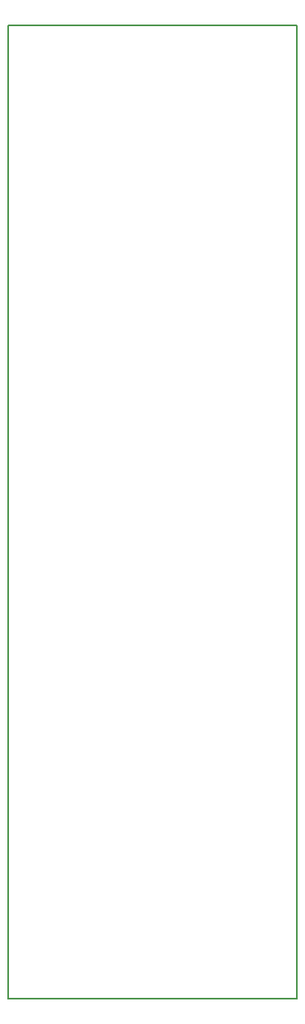
<source format=gbr>
%TF.GenerationSoftware,KiCad,Pcbnew,(6.0.0-0)*%
%TF.CreationDate,2022-12-05T16:43:45-05:00*%
%TF.ProjectId,LFO,4c464f2e-6b69-4636-9164-5f7063625858,rev?*%
%TF.SameCoordinates,Original*%
%TF.FileFunction,Profile,NP*%
%FSLAX46Y46*%
G04 Gerber Fmt 4.6, Leading zero omitted, Abs format (unit mm)*
G04 Created by KiCad (PCBNEW (6.0.0-0)) date 2022-12-05 16:43:45*
%MOMM*%
%LPD*%
G01*
G04 APERTURE LIST*
%TA.AperFunction,Profile*%
%ADD10C,0.150000*%
%TD*%
G04 APERTURE END LIST*
D10*
X151926000Y-57404000D02*
X121920000Y-57404000D01*
X121920000Y-57404000D02*
X121920000Y-158192000D01*
X121920000Y-158192000D02*
X151926000Y-158192000D01*
X151926000Y-158192000D02*
X151926000Y-57404000D01*
M02*

</source>
